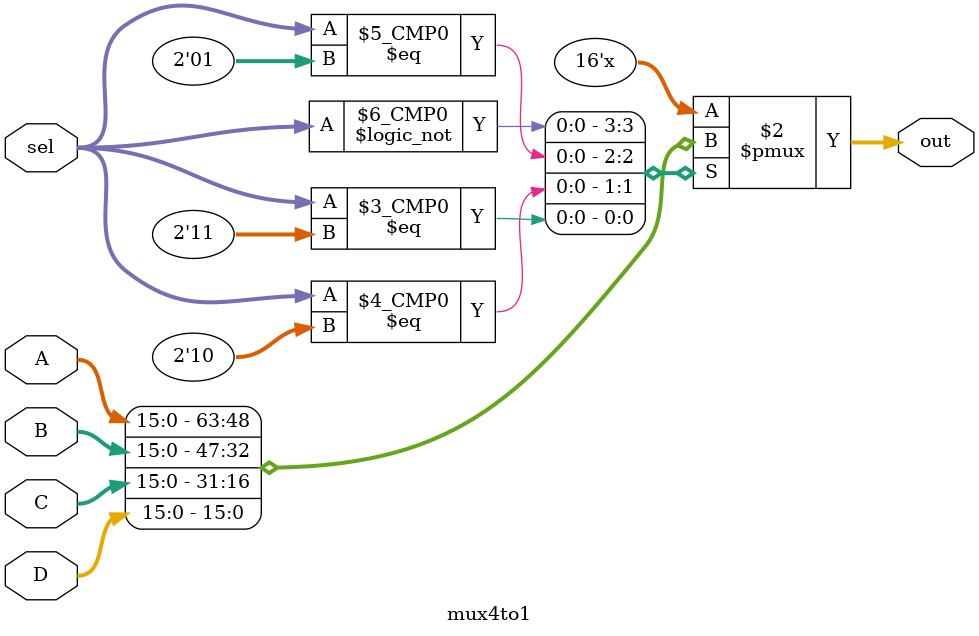
<source format=v>
module mux2to1(
    input [15:0]A,
    input [15:0]B,
    input sel,
    output [15:0]out
);
assign out= sel?B:A;
endmodule
module mux2to1_3(
    input [2:0]A,
    input [2:0]B,
    input sel,
    output [2:0]out
);
assign out= sel?B:A;
endmodule


module mux4to1(
    input [15:0]A,
    input [15:0]B,
    input [15:0]C,
    input [15:0]D,
    input [1:0]sel,
    output reg [15:0] out
);
always @(*) begin
    case(sel)
    2'b00: out=A;
    2'b01: out=B;
    2'b10: out=C;
    2'b11: out=D;
    endcase
end
endmodule

</source>
